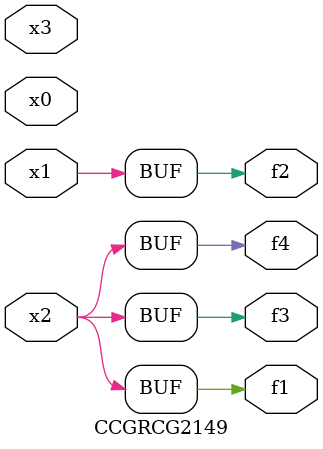
<source format=v>
module CCGRCG2149(
	input x0, x1, x2, x3,
	output f1, f2, f3, f4
);
	assign f1 = x2;
	assign f2 = x1;
	assign f3 = x2;
	assign f4 = x2;
endmodule

</source>
